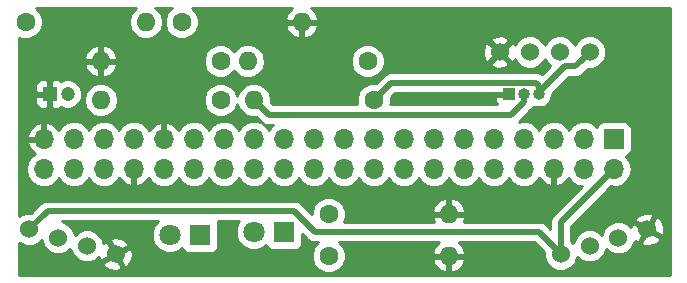
<source format=gbr>
G04 #@! TF.GenerationSoftware,KiCad,Pcbnew,(5.0.2)-1*
G04 #@! TF.CreationDate,2021-01-02T20:32:08+01:00*
G04 #@! TF.ProjectId,Radmesser,5261646d-6573-4736-9572-2e6b69636164,rev?*
G04 #@! TF.SameCoordinates,Original*
G04 #@! TF.FileFunction,Copper,L2,Bot*
G04 #@! TF.FilePolarity,Positive*
%FSLAX46Y46*%
G04 Gerber Fmt 4.6, Leading zero omitted, Abs format (unit mm)*
G04 Created by KiCad (PCBNEW (5.0.2)-1) date 02.01.2021 20:32:08*
%MOMM*%
%LPD*%
G01*
G04 APERTURE LIST*
G04 #@! TA.AperFunction,ComponentPad*
%ADD10C,1.530000*%
G04 #@! TD*
G04 #@! TA.AperFunction,ComponentPad*
%ADD11R,1.800000X1.800000*%
G04 #@! TD*
G04 #@! TA.AperFunction,ComponentPad*
%ADD12C,1.800000*%
G04 #@! TD*
G04 #@! TA.AperFunction,ComponentPad*
%ADD13O,1.700000X1.700000*%
G04 #@! TD*
G04 #@! TA.AperFunction,ComponentPad*
%ADD14R,1.700000X1.700000*%
G04 #@! TD*
G04 #@! TA.AperFunction,ComponentPad*
%ADD15O,1.000000X1.000000*%
G04 #@! TD*
G04 #@! TA.AperFunction,ComponentPad*
%ADD16R,1.000000X1.000000*%
G04 #@! TD*
G04 #@! TA.AperFunction,ComponentPad*
%ADD17C,1.200000*%
G04 #@! TD*
G04 #@! TA.AperFunction,ComponentPad*
%ADD18R,1.200000X1.200000*%
G04 #@! TD*
G04 #@! TA.AperFunction,ComponentPad*
%ADD19O,1.600000X1.600000*%
G04 #@! TD*
G04 #@! TA.AperFunction,ComponentPad*
%ADD20C,1.600000*%
G04 #@! TD*
G04 #@! TA.AperFunction,Conductor*
%ADD21C,0.500000*%
G04 #@! TD*
G04 #@! TA.AperFunction,Conductor*
%ADD22C,0.254000*%
G04 #@! TD*
G04 APERTURE END LIST*
D10*
G04 #@! TO.P,Uvorne1,2*
G04 #@! TO.N,Net-(J1-Pad16)*
X147509198Y-100299941D03*
G04 #@! TO.P,Uvorne1,3*
G04 #@! TO.N,Net-(R4-Pad1)*
X149950802Y-101000059D03*
G04 #@! TO.P,Uvorne1,4*
G04 #@! TO.N,GND*
X152392407Y-101700179D03*
G04 #@! TO.P,Uvorne1,1*
G04 #@! TO.N,Net-(J1-Pad2)*
X145067593Y-99599821D03*
G04 #@! TD*
G04 #@! TO.P,Uhinten2,1*
G04 #@! TO.N,Net-(J1-Pad2)*
X190067593Y-101700180D03*
G04 #@! TO.P,Uhinten2,4*
G04 #@! TO.N,GND*
X197392407Y-99599820D03*
G04 #@! TO.P,Uhinten2,3*
G04 #@! TO.N,Net-(R2-Pad1)*
X194950802Y-100299941D03*
G04 #@! TO.P,Uhinten2,2*
G04 #@! TO.N,Net-(J1-Pad16)*
X192509198Y-101000059D03*
G04 #@! TD*
D11*
G04 #@! TO.P,Drot2,1*
G04 #@! TO.N,Net-(Drot2-Pad1)*
X166624000Y-99822000D03*
D12*
G04 #@! TO.P,Drot2,2*
G04 #@! TO.N,Net-(Drot2-Pad2)*
X164084000Y-99822000D03*
G04 #@! TD*
G04 #@! TO.P,Dgrun1,2*
G04 #@! TO.N,Net-(Dgrun1-Pad2)*
X156972000Y-100076000D03*
D11*
G04 #@! TO.P,Dgrun1,1*
G04 #@! TO.N,Net-(Dgrun1-Pad1)*
X159512000Y-100076000D03*
G04 #@! TD*
D10*
G04 #@! TO.P,GPS1,2*
G04 #@! TO.N,Net-(GPS1-Pad2)*
X189992000Y-84582000D03*
G04 #@! TO.P,GPS1,3*
G04 #@! TO.N,Net-(GPS1-Pad3)*
X187452000Y-84582000D03*
G04 #@! TO.P,GPS1,4*
G04 #@! TO.N,GND*
X184912000Y-84582000D03*
G04 #@! TO.P,GPS1,1*
G04 #@! TO.N,Net-(GPS1-Pad1)*
X192532000Y-84582000D03*
G04 #@! TD*
D13*
G04 #@! TO.P,J1,40*
G04 #@! TO.N,Net-(Dgrun1-Pad2)*
X146304000Y-94488000D03*
G04 #@! TO.P,J1,39*
G04 #@! TO.N,GND*
X146304000Y-91948000D03*
G04 #@! TO.P,J1,38*
G04 #@! TO.N,Net-(Drot2-Pad2)*
X148844000Y-94488000D03*
G04 #@! TO.P,J1,37*
G04 #@! TO.N,Net-(J1-Pad37)*
X148844000Y-91948000D03*
G04 #@! TO.P,J1,36*
G04 #@! TO.N,Net-(J1-Pad36)*
X151384000Y-94488000D03*
G04 #@! TO.P,J1,35*
G04 #@! TO.N,Net-(J1-Pad35)*
X151384000Y-91948000D03*
G04 #@! TO.P,J1,34*
G04 #@! TO.N,GND*
X153924000Y-94488000D03*
G04 #@! TO.P,J1,33*
G04 #@! TO.N,Net-(J1-Pad33)*
X153924000Y-91948000D03*
G04 #@! TO.P,J1,32*
G04 #@! TO.N,Net-(J1-Pad32)*
X156464000Y-94488000D03*
G04 #@! TO.P,J1,31*
G04 #@! TO.N,GND*
X156464000Y-91948000D03*
G04 #@! TO.P,J1,30*
G04 #@! TO.N,Net-(J1-Pad30)*
X159004000Y-94488000D03*
G04 #@! TO.P,J1,29*
G04 #@! TO.N,Net-(J1-Pad29)*
X159004000Y-91948000D03*
G04 #@! TO.P,J1,28*
G04 #@! TO.N,Net-(J1-Pad28)*
X161544000Y-94488000D03*
G04 #@! TO.P,J1,27*
G04 #@! TO.N,Net-(J1-Pad27)*
X161544000Y-91948000D03*
G04 #@! TO.P,J1,26*
G04 #@! TO.N,Net-(J1-Pad26)*
X164084000Y-94488000D03*
G04 #@! TO.P,J1,25*
G04 #@! TO.N,Net-(J1-Pad25)*
X164084000Y-91948000D03*
G04 #@! TO.P,J1,24*
G04 #@! TO.N,Net-(J1-Pad24)*
X166624000Y-94488000D03*
G04 #@! TO.P,J1,23*
G04 #@! TO.N,Net-(J1-Pad23)*
X166624000Y-91948000D03*
G04 #@! TO.P,J1,22*
G04 #@! TO.N,Net-(J1-Pad22)*
X169164000Y-94488000D03*
G04 #@! TO.P,J1,21*
G04 #@! TO.N,Net-(J1-Pad21)*
X169164000Y-91948000D03*
G04 #@! TO.P,J1,20*
G04 #@! TO.N,Net-(J1-Pad20)*
X171704000Y-94488000D03*
G04 #@! TO.P,J1,19*
G04 #@! TO.N,Net-(J1-Pad19)*
X171704000Y-91948000D03*
G04 #@! TO.P,J1,18*
G04 #@! TO.N,Net-(J1-Pad18)*
X174244000Y-94488000D03*
G04 #@! TO.P,J1,17*
G04 #@! TO.N,Net-(J1-Pad17)*
X174244000Y-91948000D03*
G04 #@! TO.P,J1,16*
G04 #@! TO.N,Net-(J1-Pad16)*
X176784000Y-94488000D03*
G04 #@! TO.P,J1,15*
G04 #@! TO.N,Net-(J1-Pad15)*
X176784000Y-91948000D03*
G04 #@! TO.P,J1,14*
G04 #@! TO.N,Net-(J1-Pad14)*
X179324000Y-94488000D03*
G04 #@! TO.P,J1,13*
G04 #@! TO.N,Net-(J1-Pad13)*
X179324000Y-91948000D03*
G04 #@! TO.P,J1,12*
G04 #@! TO.N,Net-(J1-Pad12)*
X181864000Y-94488000D03*
G04 #@! TO.P,J1,11*
G04 #@! TO.N,Net-(J1-Pad11)*
X181864000Y-91948000D03*
G04 #@! TO.P,J1,10*
G04 #@! TO.N,Net-(GPS1-Pad3)*
X184404000Y-94488000D03*
G04 #@! TO.P,J1,9*
G04 #@! TO.N,Net-(J1-Pad9)*
X184404000Y-91948000D03*
G04 #@! TO.P,J1,8*
G04 #@! TO.N,Net-(GPS1-Pad2)*
X186944000Y-94488000D03*
G04 #@! TO.P,J1,7*
G04 #@! TO.N,Net-(J1-Pad7)*
X186944000Y-91948000D03*
G04 #@! TO.P,J1,6*
G04 #@! TO.N,GND*
X189484000Y-94488000D03*
G04 #@! TO.P,J1,5*
G04 #@! TO.N,Net-(J1-Pad5)*
X189484000Y-91948000D03*
G04 #@! TO.P,J1,4*
G04 #@! TO.N,Net-(J1-Pad4)*
X192024000Y-94488000D03*
G04 #@! TO.P,J1,3*
G04 #@! TO.N,Net-(J1-Pad3)*
X192024000Y-91948000D03*
G04 #@! TO.P,J1,2*
G04 #@! TO.N,Net-(J1-Pad2)*
X194564000Y-94488000D03*
D14*
G04 #@! TO.P,J1,1*
G04 #@! TO.N,Net-(GPS1-Pad1)*
X194564000Y-91948000D03*
G04 #@! TD*
D15*
G04 #@! TO.P,U3,3*
G04 #@! TO.N,Net-(GPS1-Pad1)*
X188214000Y-88138000D03*
G04 #@! TO.P,U3,2*
G04 #@! TO.N,Net-(J1-Pad7)*
X186944000Y-88138000D03*
D16*
G04 #@! TO.P,U3,1*
G04 #@! TO.N,GND*
X185674000Y-88138000D03*
G04 #@! TD*
D17*
G04 #@! TO.P,SW1,2*
G04 #@! TO.N,Net-(R8-Pad2)*
X148312000Y-88138000D03*
D18*
G04 #@! TO.P,SW1,1*
G04 #@! TO.N,GND*
X146812000Y-88138000D03*
G04 #@! TD*
D19*
G04 #@! TO.P,R1,2*
G04 #@! TO.N,GND*
X151130000Y-85344000D03*
D20*
G04 #@! TO.P,R1,1*
G04 #@! TO.N,Net-(J1-Pad13)*
X161290000Y-85344000D03*
G04 #@! TD*
G04 #@! TO.P,R2,1*
G04 #@! TO.N,Net-(R2-Pad1)*
X173736000Y-85344000D03*
D19*
G04 #@! TO.P,R2,2*
G04 #@! TO.N,Net-(J1-Pad13)*
X163576000Y-85344000D03*
G04 #@! TD*
G04 #@! TO.P,R3,2*
G04 #@! TO.N,GND*
X168148000Y-82042000D03*
D20*
G04 #@! TO.P,R3,1*
G04 #@! TO.N,Net-(J1-Pad11)*
X157988000Y-82042000D03*
G04 #@! TD*
G04 #@! TO.P,R4,1*
G04 #@! TO.N,Net-(R4-Pad1)*
X144780000Y-82042000D03*
D19*
G04 #@! TO.P,R4,2*
G04 #@! TO.N,Net-(J1-Pad11)*
X154940000Y-82042000D03*
G04 #@! TD*
G04 #@! TO.P,R5,2*
G04 #@! TO.N,GND*
X180594000Y-98298000D03*
D20*
G04 #@! TO.P,R5,1*
G04 #@! TO.N,Net-(Drot2-Pad1)*
X170434000Y-98298000D03*
G04 #@! TD*
G04 #@! TO.P,R6,1*
G04 #@! TO.N,Net-(Dgrun1-Pad1)*
X170434000Y-101854000D03*
D19*
G04 #@! TO.P,R6,2*
G04 #@! TO.N,GND*
X180594000Y-101854000D03*
G04 #@! TD*
G04 #@! TO.P,R7,2*
G04 #@! TO.N,Net-(J1-Pad7)*
X164084000Y-88646000D03*
D20*
G04 #@! TO.P,R7,1*
G04 #@! TO.N,Net-(GPS1-Pad1)*
X174244000Y-88646000D03*
G04 #@! TD*
G04 #@! TO.P,R8,1*
G04 #@! TO.N,Net-(J1-Pad17)*
X161290000Y-88646000D03*
D19*
G04 #@! TO.P,R8,2*
G04 #@! TO.N,Net-(R8-Pad2)*
X151130000Y-88646000D03*
G04 #@! TD*
D21*
G04 #@! TO.N,Net-(GPS1-Pad1)*
X191767001Y-85346999D02*
X192532000Y-84582000D01*
X191316999Y-85797001D02*
X191767001Y-85346999D01*
X190418997Y-85797001D02*
X191316999Y-85797001D01*
X188214000Y-88001998D02*
X190418997Y-85797001D01*
X188214000Y-88138000D02*
X188214000Y-88001998D01*
X175043999Y-87846001D02*
X174244000Y-88646000D01*
X175702001Y-87187999D02*
X175043999Y-87846001D01*
X187971105Y-87187999D02*
X175702001Y-87187999D01*
X188214000Y-87430894D02*
X187971105Y-87187999D01*
X188214000Y-88138000D02*
X188214000Y-87430894D01*
G04 #@! TO.N,Net-(J1-Pad7)*
X164883999Y-89445999D02*
X164084000Y-88646000D01*
X165334001Y-89896001D02*
X164883999Y-89445999D01*
X185893105Y-89896001D02*
X165334001Y-89896001D01*
X186944000Y-88845106D02*
X185893105Y-89896001D01*
X186944000Y-88138000D02*
X186944000Y-88845106D01*
G04 #@! TO.N,Net-(J1-Pad2)*
X190067593Y-98984407D02*
X190067593Y-101700180D01*
X194564000Y-94488000D02*
X190067593Y-98984407D01*
X189302594Y-100935181D02*
X190067593Y-101700180D01*
X188189413Y-99822000D02*
X189302594Y-100935181D01*
X169234002Y-99822000D02*
X188189413Y-99822000D01*
X167456002Y-98044000D02*
X169234002Y-99822000D01*
X146623414Y-98044000D02*
X167456002Y-98044000D01*
X145067593Y-99599821D02*
X146623414Y-98044000D01*
G04 #@! TD*
D22*
G04 #@! TO.N,GND*
G36*
X153905423Y-81007423D02*
X153588260Y-81482091D01*
X153476887Y-82042000D01*
X153588260Y-82601909D01*
X153905423Y-83076577D01*
X154380091Y-83393740D01*
X154798667Y-83477000D01*
X155081333Y-83477000D01*
X155499909Y-83393740D01*
X155974577Y-83076577D01*
X156291740Y-82601909D01*
X156403113Y-82042000D01*
X156291740Y-81482091D01*
X155974577Y-81007423D01*
X155753943Y-80860000D01*
X157140604Y-80860000D01*
X156771466Y-81229138D01*
X156553000Y-81756561D01*
X156553000Y-82327439D01*
X156771466Y-82854862D01*
X157175138Y-83258534D01*
X157702561Y-83477000D01*
X158273439Y-83477000D01*
X158800862Y-83258534D01*
X159204534Y-82854862D01*
X159396655Y-82391039D01*
X166756096Y-82391039D01*
X166916959Y-82779423D01*
X167292866Y-83194389D01*
X167798959Y-83433914D01*
X168021000Y-83312629D01*
X168021000Y-82169000D01*
X168275000Y-82169000D01*
X168275000Y-83312629D01*
X168497041Y-83433914D01*
X169003134Y-83194389D01*
X169379041Y-82779423D01*
X169539904Y-82391039D01*
X169417915Y-82169000D01*
X168275000Y-82169000D01*
X168021000Y-82169000D01*
X166878085Y-82169000D01*
X166756096Y-82391039D01*
X159396655Y-82391039D01*
X159423000Y-82327439D01*
X159423000Y-81756561D01*
X159204534Y-81229138D01*
X158835396Y-80860000D01*
X167355431Y-80860000D01*
X167292866Y-80889611D01*
X166916959Y-81304577D01*
X166756096Y-81692961D01*
X166878085Y-81915000D01*
X168021000Y-81915000D01*
X168021000Y-81895000D01*
X168275000Y-81895000D01*
X168275000Y-81915000D01*
X169417915Y-81915000D01*
X169539904Y-81692961D01*
X169379041Y-81304577D01*
X169003134Y-80889611D01*
X168940569Y-80860000D01*
X199290000Y-80860000D01*
X199290001Y-103430126D01*
X144220000Y-103439875D01*
X144220000Y-102423233D01*
X151349941Y-102423233D01*
X151350228Y-102675584D01*
X151802830Y-103000161D01*
X152345190Y-103126827D01*
X152759339Y-103079640D01*
X152893308Y-102865787D01*
X152342901Y-101872827D01*
X151349941Y-102423233D01*
X144220000Y-102423233D01*
X144220000Y-100732128D01*
X144274556Y-100786684D01*
X144789116Y-100999821D01*
X145346070Y-100999821D01*
X145860630Y-100786684D01*
X146109198Y-100538116D01*
X146109198Y-100578418D01*
X146322335Y-101092978D01*
X146716161Y-101486804D01*
X147230721Y-101699941D01*
X147787675Y-101699941D01*
X148302235Y-101486804D01*
X148550802Y-101238237D01*
X148550802Y-101278536D01*
X148763939Y-101793096D01*
X149157765Y-102186922D01*
X149672325Y-102400059D01*
X150229279Y-102400059D01*
X150743839Y-102186922D01*
X150997676Y-101933085D01*
X151012946Y-102067111D01*
X151226799Y-102201080D01*
X152041136Y-101749685D01*
X152565055Y-101749685D01*
X153115461Y-102742645D01*
X153367812Y-102742358D01*
X153692389Y-102289756D01*
X153819055Y-101747396D01*
X153771868Y-101333247D01*
X153558015Y-101199278D01*
X152565055Y-101749685D01*
X152041136Y-101749685D01*
X152219759Y-101650673D01*
X151669353Y-100657713D01*
X151417002Y-100658000D01*
X151350802Y-100750312D01*
X151350802Y-100721582D01*
X151273340Y-100534571D01*
X151891506Y-100534571D01*
X152441913Y-101527531D01*
X153434873Y-100977125D01*
X153434586Y-100724774D01*
X152981984Y-100400197D01*
X152439624Y-100273531D01*
X152025475Y-100320718D01*
X151891506Y-100534571D01*
X151273340Y-100534571D01*
X151137665Y-100207022D01*
X150743839Y-99813196D01*
X150229279Y-99600059D01*
X149672325Y-99600059D01*
X149157765Y-99813196D01*
X148909198Y-100061763D01*
X148909198Y-100021464D01*
X148696061Y-99506904D01*
X148302235Y-99113078D01*
X147857830Y-98929000D01*
X155948183Y-98929000D01*
X155670690Y-99206493D01*
X155437000Y-99770670D01*
X155437000Y-100381330D01*
X155670690Y-100945507D01*
X156102493Y-101377310D01*
X156666670Y-101611000D01*
X157277330Y-101611000D01*
X157841507Y-101377310D01*
X158010725Y-101208092D01*
X158013843Y-101223765D01*
X158154191Y-101433809D01*
X158364235Y-101574157D01*
X158612000Y-101623440D01*
X160412000Y-101623440D01*
X160659765Y-101574157D01*
X160869809Y-101433809D01*
X161010157Y-101223765D01*
X161059440Y-100976000D01*
X161059440Y-99176000D01*
X161010309Y-98929000D01*
X162806183Y-98929000D01*
X162782690Y-98952493D01*
X162549000Y-99516670D01*
X162549000Y-100127330D01*
X162782690Y-100691507D01*
X163214493Y-101123310D01*
X163778670Y-101357000D01*
X164389330Y-101357000D01*
X164953507Y-101123310D01*
X165122725Y-100954092D01*
X165125843Y-100969765D01*
X165266191Y-101179809D01*
X165476235Y-101320157D01*
X165724000Y-101369440D01*
X167524000Y-101369440D01*
X167771765Y-101320157D01*
X167981809Y-101179809D01*
X168122157Y-100969765D01*
X168171440Y-100722000D01*
X168171440Y-100011017D01*
X168546579Y-100386156D01*
X168595953Y-100460049D01*
X168669846Y-100509423D01*
X168669847Y-100509424D01*
X168707482Y-100534571D01*
X168888692Y-100655652D01*
X169146837Y-100707000D01*
X169146841Y-100707000D01*
X169234002Y-100724337D01*
X169321163Y-100707000D01*
X169551604Y-100707000D01*
X169217466Y-101041138D01*
X168999000Y-101568561D01*
X168999000Y-102139439D01*
X169217466Y-102666862D01*
X169621138Y-103070534D01*
X170148561Y-103289000D01*
X170719439Y-103289000D01*
X171246862Y-103070534D01*
X171650534Y-102666862D01*
X171842655Y-102203039D01*
X179202096Y-102203039D01*
X179362959Y-102591423D01*
X179738866Y-103006389D01*
X180244959Y-103245914D01*
X180467000Y-103124629D01*
X180467000Y-101981000D01*
X180721000Y-101981000D01*
X180721000Y-103124629D01*
X180943041Y-103245914D01*
X181449134Y-103006389D01*
X181825041Y-102591423D01*
X181985904Y-102203039D01*
X181863915Y-101981000D01*
X180721000Y-101981000D01*
X180467000Y-101981000D01*
X179324085Y-101981000D01*
X179202096Y-102203039D01*
X171842655Y-102203039D01*
X171869000Y-102139439D01*
X171869000Y-101568561D01*
X171650534Y-101041138D01*
X171316396Y-100707000D01*
X179733984Y-100707000D01*
X179362959Y-101116577D01*
X179202096Y-101504961D01*
X179324085Y-101727000D01*
X180467000Y-101727000D01*
X180467000Y-101707000D01*
X180721000Y-101707000D01*
X180721000Y-101727000D01*
X181863915Y-101727000D01*
X181985904Y-101504961D01*
X181825041Y-101116577D01*
X181454016Y-100707000D01*
X187822835Y-100707000D01*
X188667593Y-101551759D01*
X188667593Y-101978657D01*
X188880730Y-102493217D01*
X189274556Y-102887043D01*
X189789116Y-103100180D01*
X190346070Y-103100180D01*
X190860630Y-102887043D01*
X191254456Y-102493217D01*
X191467593Y-101978657D01*
X191467593Y-101938354D01*
X191716161Y-102186922D01*
X192230721Y-102400059D01*
X192787675Y-102400059D01*
X193302235Y-102186922D01*
X193696061Y-101793096D01*
X193909198Y-101278536D01*
X193909198Y-101238237D01*
X194157765Y-101486804D01*
X194672325Y-101699941D01*
X195229279Y-101699941D01*
X195743839Y-101486804D01*
X196137665Y-101092978D01*
X196273340Y-100765428D01*
X196891506Y-100765428D01*
X197025475Y-100979281D01*
X197581303Y-101014695D01*
X198108373Y-100834707D01*
X198434586Y-100575225D01*
X198434873Y-100322874D01*
X197441913Y-99772468D01*
X196891506Y-100765428D01*
X196273340Y-100765428D01*
X196350802Y-100578418D01*
X196350802Y-100558774D01*
X196417002Y-100641999D01*
X196669353Y-100642286D01*
X197219759Y-99649326D01*
X197041137Y-99550314D01*
X197565055Y-99550314D01*
X198558015Y-100100721D01*
X198771868Y-99966752D01*
X198807282Y-99410924D01*
X198627294Y-98883854D01*
X198367812Y-98557641D01*
X198115461Y-98557354D01*
X197565055Y-99550314D01*
X197041137Y-99550314D01*
X196226799Y-99098919D01*
X196012946Y-99232888D01*
X196004003Y-99373242D01*
X195743839Y-99113078D01*
X195229279Y-98899941D01*
X194672325Y-98899941D01*
X194157765Y-99113078D01*
X193763939Y-99506904D01*
X193550802Y-100021464D01*
X193550802Y-100061763D01*
X193302235Y-99813196D01*
X192787675Y-99600059D01*
X192230721Y-99600059D01*
X191716161Y-99813196D01*
X191322335Y-100207022D01*
X191109198Y-100721582D01*
X191109198Y-100761885D01*
X190952593Y-100605280D01*
X190952593Y-99350985D01*
X191426812Y-98876766D01*
X196349941Y-98876766D01*
X197342901Y-99427172D01*
X197893308Y-98434212D01*
X197759339Y-98220359D01*
X197203511Y-98184945D01*
X196676441Y-98364933D01*
X196350228Y-98624415D01*
X196349941Y-98876766D01*
X191426812Y-98876766D01*
X194345040Y-95958538D01*
X194417744Y-95973000D01*
X194710256Y-95973000D01*
X195143418Y-95886839D01*
X195634625Y-95558625D01*
X195962839Y-95067418D01*
X196078092Y-94488000D01*
X195962839Y-93908582D01*
X195634625Y-93417375D01*
X195616381Y-93405184D01*
X195661765Y-93396157D01*
X195871809Y-93255809D01*
X196012157Y-93045765D01*
X196061440Y-92798000D01*
X196061440Y-91098000D01*
X196012157Y-90850235D01*
X195871809Y-90640191D01*
X195661765Y-90499843D01*
X195414000Y-90450560D01*
X193714000Y-90450560D01*
X193466235Y-90499843D01*
X193256191Y-90640191D01*
X193115843Y-90850235D01*
X193106816Y-90895619D01*
X193094625Y-90877375D01*
X192603418Y-90549161D01*
X192170256Y-90463000D01*
X191877744Y-90463000D01*
X191444582Y-90549161D01*
X190953375Y-90877375D01*
X190754000Y-91175761D01*
X190554625Y-90877375D01*
X190063418Y-90549161D01*
X189630256Y-90463000D01*
X189337744Y-90463000D01*
X188904582Y-90549161D01*
X188413375Y-90877375D01*
X188214000Y-91175761D01*
X188014625Y-90877375D01*
X187523418Y-90549161D01*
X187090256Y-90463000D01*
X186797744Y-90463000D01*
X186545042Y-90513265D01*
X186580530Y-90460154D01*
X187508156Y-89532529D01*
X187582049Y-89483155D01*
X187683151Y-89331847D01*
X187767915Y-89204988D01*
X187771145Y-89207146D01*
X188102217Y-89273000D01*
X188325783Y-89273000D01*
X188656855Y-89207146D01*
X189032289Y-88956289D01*
X189283146Y-88580855D01*
X189371235Y-88138000D01*
X189364323Y-88103253D01*
X190785576Y-86682001D01*
X191229838Y-86682001D01*
X191316999Y-86699338D01*
X191404160Y-86682001D01*
X191404164Y-86682001D01*
X191662309Y-86630653D01*
X191955048Y-86435050D01*
X192004424Y-86361154D01*
X192383578Y-85982000D01*
X192810477Y-85982000D01*
X193325037Y-85768863D01*
X193718863Y-85375037D01*
X193932000Y-84860477D01*
X193932000Y-84303523D01*
X193718863Y-83788963D01*
X193325037Y-83395137D01*
X192810477Y-83182000D01*
X192253523Y-83182000D01*
X191738963Y-83395137D01*
X191345137Y-83788963D01*
X191262000Y-83989674D01*
X191178863Y-83788963D01*
X190785037Y-83395137D01*
X190270477Y-83182000D01*
X189713523Y-83182000D01*
X189198963Y-83395137D01*
X188805137Y-83788963D01*
X188722000Y-83989674D01*
X188638863Y-83788963D01*
X188245037Y-83395137D01*
X187730477Y-83182000D01*
X187173523Y-83182000D01*
X186658963Y-83395137D01*
X186265137Y-83788963D01*
X186188565Y-83973824D01*
X186136883Y-83849051D01*
X185894387Y-83779218D01*
X185091605Y-84582000D01*
X185894387Y-85384782D01*
X186136883Y-85314949D01*
X186184730Y-85180917D01*
X186265137Y-85375037D01*
X186658963Y-85768863D01*
X187173523Y-85982000D01*
X187730477Y-85982000D01*
X188245037Y-85768863D01*
X188638863Y-85375037D01*
X188722000Y-85174326D01*
X188805137Y-85375037D01*
X189197260Y-85767160D01*
X188492449Y-86471970D01*
X188316415Y-86354347D01*
X188058270Y-86302999D01*
X188058266Y-86302999D01*
X187971105Y-86285662D01*
X187883944Y-86302999D01*
X175789160Y-86302999D01*
X175702000Y-86285662D01*
X175614840Y-86302999D01*
X175614836Y-86302999D01*
X175356691Y-86354347D01*
X175248881Y-86426384D01*
X175137846Y-86500575D01*
X175137845Y-86500576D01*
X175063952Y-86549950D01*
X175014578Y-86623843D01*
X174479847Y-87158575D01*
X174479844Y-87158577D01*
X174427421Y-87211000D01*
X173958561Y-87211000D01*
X173431138Y-87429466D01*
X173027466Y-87833138D01*
X172809000Y-88360561D01*
X172809000Y-88931439D01*
X172841956Y-89011001D01*
X165700579Y-89011001D01*
X165571425Y-88881847D01*
X165571423Y-88881844D01*
X165512017Y-88822438D01*
X165547113Y-88646000D01*
X165435740Y-88086091D01*
X165118577Y-87611423D01*
X164643909Y-87294260D01*
X164225333Y-87211000D01*
X163942667Y-87211000D01*
X163524091Y-87294260D01*
X163049423Y-87611423D01*
X162732260Y-88086091D01*
X162693021Y-88283357D01*
X162506534Y-87833138D01*
X162102862Y-87429466D01*
X161575439Y-87211000D01*
X161004561Y-87211000D01*
X160477138Y-87429466D01*
X160073466Y-87833138D01*
X159855000Y-88360561D01*
X159855000Y-88931439D01*
X160073466Y-89458862D01*
X160477138Y-89862534D01*
X161004561Y-90081000D01*
X161575439Y-90081000D01*
X162102862Y-89862534D01*
X162506534Y-89458862D01*
X162693021Y-89008643D01*
X162732260Y-89205909D01*
X163049423Y-89680577D01*
X163524091Y-89997740D01*
X163942667Y-90081000D01*
X164225333Y-90081000D01*
X164260438Y-90074017D01*
X164319844Y-90133423D01*
X164319847Y-90133425D01*
X164646576Y-90460154D01*
X164695952Y-90534050D01*
X164988691Y-90729653D01*
X165246836Y-90781001D01*
X165246840Y-90781001D01*
X165334001Y-90798338D01*
X165421162Y-90781001D01*
X165697609Y-90781001D01*
X165553375Y-90877375D01*
X165354000Y-91175761D01*
X165154625Y-90877375D01*
X164663418Y-90549161D01*
X164230256Y-90463000D01*
X163937744Y-90463000D01*
X163504582Y-90549161D01*
X163013375Y-90877375D01*
X162814000Y-91175761D01*
X162614625Y-90877375D01*
X162123418Y-90549161D01*
X161690256Y-90463000D01*
X161397744Y-90463000D01*
X160964582Y-90549161D01*
X160473375Y-90877375D01*
X160274000Y-91175761D01*
X160074625Y-90877375D01*
X159583418Y-90549161D01*
X159150256Y-90463000D01*
X158857744Y-90463000D01*
X158424582Y-90549161D01*
X157933375Y-90877375D01*
X157720157Y-91196478D01*
X157659183Y-91066642D01*
X157230924Y-90676355D01*
X156820890Y-90506524D01*
X156591000Y-90627845D01*
X156591000Y-91821000D01*
X156611000Y-91821000D01*
X156611000Y-92075000D01*
X156591000Y-92075000D01*
X156591000Y-92095000D01*
X156337000Y-92095000D01*
X156337000Y-92075000D01*
X156317000Y-92075000D01*
X156317000Y-91821000D01*
X156337000Y-91821000D01*
X156337000Y-90627845D01*
X156107110Y-90506524D01*
X155697076Y-90676355D01*
X155268817Y-91066642D01*
X155207843Y-91196478D01*
X154994625Y-90877375D01*
X154503418Y-90549161D01*
X154070256Y-90463000D01*
X153777744Y-90463000D01*
X153344582Y-90549161D01*
X152853375Y-90877375D01*
X152654000Y-91175761D01*
X152454625Y-90877375D01*
X151963418Y-90549161D01*
X151530256Y-90463000D01*
X151237744Y-90463000D01*
X150804582Y-90549161D01*
X150313375Y-90877375D01*
X150114000Y-91175761D01*
X149914625Y-90877375D01*
X149423418Y-90549161D01*
X148990256Y-90463000D01*
X148697744Y-90463000D01*
X148264582Y-90549161D01*
X147773375Y-90877375D01*
X147560157Y-91196478D01*
X147499183Y-91066642D01*
X147070924Y-90676355D01*
X146660890Y-90506524D01*
X146431000Y-90627845D01*
X146431000Y-91821000D01*
X146451000Y-91821000D01*
X146451000Y-92075000D01*
X146431000Y-92075000D01*
X146431000Y-92095000D01*
X146177000Y-92095000D01*
X146177000Y-92075000D01*
X144983181Y-92075000D01*
X144862514Y-92304892D01*
X145108817Y-92829358D01*
X145533786Y-93216647D01*
X145233375Y-93417375D01*
X144905161Y-93908582D01*
X144789908Y-94488000D01*
X144905161Y-95067418D01*
X145233375Y-95558625D01*
X145724582Y-95886839D01*
X146157744Y-95973000D01*
X146450256Y-95973000D01*
X146883418Y-95886839D01*
X147374625Y-95558625D01*
X147574000Y-95260239D01*
X147773375Y-95558625D01*
X148264582Y-95886839D01*
X148697744Y-95973000D01*
X148990256Y-95973000D01*
X149423418Y-95886839D01*
X149914625Y-95558625D01*
X150114000Y-95260239D01*
X150313375Y-95558625D01*
X150804582Y-95886839D01*
X151237744Y-95973000D01*
X151530256Y-95973000D01*
X151963418Y-95886839D01*
X152454625Y-95558625D01*
X152667843Y-95239522D01*
X152728817Y-95369358D01*
X153157076Y-95759645D01*
X153567110Y-95929476D01*
X153797000Y-95808155D01*
X153797000Y-94615000D01*
X153777000Y-94615000D01*
X153777000Y-94361000D01*
X153797000Y-94361000D01*
X153797000Y-94341000D01*
X154051000Y-94341000D01*
X154051000Y-94361000D01*
X154071000Y-94361000D01*
X154071000Y-94615000D01*
X154051000Y-94615000D01*
X154051000Y-95808155D01*
X154280890Y-95929476D01*
X154690924Y-95759645D01*
X155119183Y-95369358D01*
X155180157Y-95239522D01*
X155393375Y-95558625D01*
X155884582Y-95886839D01*
X156317744Y-95973000D01*
X156610256Y-95973000D01*
X157043418Y-95886839D01*
X157534625Y-95558625D01*
X157734000Y-95260239D01*
X157933375Y-95558625D01*
X158424582Y-95886839D01*
X158857744Y-95973000D01*
X159150256Y-95973000D01*
X159583418Y-95886839D01*
X160074625Y-95558625D01*
X160274000Y-95260239D01*
X160473375Y-95558625D01*
X160964582Y-95886839D01*
X161397744Y-95973000D01*
X161690256Y-95973000D01*
X162123418Y-95886839D01*
X162614625Y-95558625D01*
X162814000Y-95260239D01*
X163013375Y-95558625D01*
X163504582Y-95886839D01*
X163937744Y-95973000D01*
X164230256Y-95973000D01*
X164663418Y-95886839D01*
X165154625Y-95558625D01*
X165354000Y-95260239D01*
X165553375Y-95558625D01*
X166044582Y-95886839D01*
X166477744Y-95973000D01*
X166770256Y-95973000D01*
X167203418Y-95886839D01*
X167694625Y-95558625D01*
X167894000Y-95260239D01*
X168093375Y-95558625D01*
X168584582Y-95886839D01*
X169017744Y-95973000D01*
X169310256Y-95973000D01*
X169743418Y-95886839D01*
X170234625Y-95558625D01*
X170434000Y-95260239D01*
X170633375Y-95558625D01*
X171124582Y-95886839D01*
X171557744Y-95973000D01*
X171850256Y-95973000D01*
X172283418Y-95886839D01*
X172774625Y-95558625D01*
X172974000Y-95260239D01*
X173173375Y-95558625D01*
X173664582Y-95886839D01*
X174097744Y-95973000D01*
X174390256Y-95973000D01*
X174823418Y-95886839D01*
X175314625Y-95558625D01*
X175514000Y-95260239D01*
X175713375Y-95558625D01*
X176204582Y-95886839D01*
X176637744Y-95973000D01*
X176930256Y-95973000D01*
X177363418Y-95886839D01*
X177854625Y-95558625D01*
X178054000Y-95260239D01*
X178253375Y-95558625D01*
X178744582Y-95886839D01*
X179177744Y-95973000D01*
X179470256Y-95973000D01*
X179903418Y-95886839D01*
X180394625Y-95558625D01*
X180594000Y-95260239D01*
X180793375Y-95558625D01*
X181284582Y-95886839D01*
X181717744Y-95973000D01*
X182010256Y-95973000D01*
X182443418Y-95886839D01*
X182934625Y-95558625D01*
X183134000Y-95260239D01*
X183333375Y-95558625D01*
X183824582Y-95886839D01*
X184257744Y-95973000D01*
X184550256Y-95973000D01*
X184983418Y-95886839D01*
X185474625Y-95558625D01*
X185674000Y-95260239D01*
X185873375Y-95558625D01*
X186364582Y-95886839D01*
X186797744Y-95973000D01*
X187090256Y-95973000D01*
X187523418Y-95886839D01*
X188014625Y-95558625D01*
X188227843Y-95239522D01*
X188288817Y-95369358D01*
X188717076Y-95759645D01*
X189127110Y-95929476D01*
X189357000Y-95808155D01*
X189357000Y-94615000D01*
X189337000Y-94615000D01*
X189337000Y-94361000D01*
X189357000Y-94361000D01*
X189357000Y-94341000D01*
X189611000Y-94341000D01*
X189611000Y-94361000D01*
X189631000Y-94361000D01*
X189631000Y-94615000D01*
X189611000Y-94615000D01*
X189611000Y-95808155D01*
X189840890Y-95929476D01*
X190250924Y-95759645D01*
X190679183Y-95369358D01*
X190740157Y-95239522D01*
X190953375Y-95558625D01*
X191444582Y-95886839D01*
X191835770Y-95964651D01*
X189503440Y-98296982D01*
X189429544Y-98346358D01*
X189233941Y-98639098D01*
X189182593Y-98897243D01*
X189182593Y-98897246D01*
X189165256Y-98984407D01*
X189182593Y-99071568D01*
X189182593Y-99563602D01*
X188876838Y-99257847D01*
X188827462Y-99183951D01*
X188534723Y-98988348D01*
X188276578Y-98937000D01*
X188276574Y-98937000D01*
X188189413Y-98919663D01*
X188102252Y-98937000D01*
X181865806Y-98937000D01*
X181985904Y-98647039D01*
X181863915Y-98425000D01*
X180721000Y-98425000D01*
X180721000Y-98445000D01*
X180467000Y-98445000D01*
X180467000Y-98425000D01*
X179324085Y-98425000D01*
X179202096Y-98647039D01*
X179322194Y-98937000D01*
X171722550Y-98937000D01*
X171869000Y-98583439D01*
X171869000Y-98012561D01*
X171842656Y-97948961D01*
X179202096Y-97948961D01*
X179324085Y-98171000D01*
X180467000Y-98171000D01*
X180467000Y-97027371D01*
X180721000Y-97027371D01*
X180721000Y-98171000D01*
X181863915Y-98171000D01*
X181985904Y-97948961D01*
X181825041Y-97560577D01*
X181449134Y-97145611D01*
X180943041Y-96906086D01*
X180721000Y-97027371D01*
X180467000Y-97027371D01*
X180244959Y-96906086D01*
X179738866Y-97145611D01*
X179362959Y-97560577D01*
X179202096Y-97948961D01*
X171842656Y-97948961D01*
X171650534Y-97485138D01*
X171246862Y-97081466D01*
X170719439Y-96863000D01*
X170148561Y-96863000D01*
X169621138Y-97081466D01*
X169217466Y-97485138D01*
X168999000Y-98012561D01*
X168999000Y-98335419D01*
X168143427Y-97479847D01*
X168094051Y-97405951D01*
X167801312Y-97210348D01*
X167543167Y-97159000D01*
X167543163Y-97159000D01*
X167456002Y-97141663D01*
X167368841Y-97159000D01*
X146710573Y-97159000D01*
X146623413Y-97141663D01*
X146536253Y-97159000D01*
X146536249Y-97159000D01*
X146278104Y-97210348D01*
X146278102Y-97210349D01*
X146278103Y-97210349D01*
X146059259Y-97356576D01*
X146059258Y-97356577D01*
X145985365Y-97405951D01*
X145935991Y-97479844D01*
X145216015Y-98199821D01*
X144789116Y-98199821D01*
X144274556Y-98412958D01*
X144220000Y-98467514D01*
X144220000Y-91591108D01*
X144862514Y-91591108D01*
X144983181Y-91821000D01*
X146177000Y-91821000D01*
X146177000Y-90627845D01*
X145947110Y-90506524D01*
X145537076Y-90676355D01*
X145108817Y-91066642D01*
X144862514Y-91591108D01*
X144220000Y-91591108D01*
X144220000Y-88423750D01*
X145577000Y-88423750D01*
X145577000Y-88864310D01*
X145673673Y-89097699D01*
X145852302Y-89276327D01*
X146085691Y-89373000D01*
X146526250Y-89373000D01*
X146685000Y-89214250D01*
X146685000Y-88265000D01*
X145735750Y-88265000D01*
X145577000Y-88423750D01*
X144220000Y-88423750D01*
X144220000Y-87411690D01*
X145577000Y-87411690D01*
X145577000Y-87852250D01*
X145735750Y-88011000D01*
X146685000Y-88011000D01*
X146685000Y-87061750D01*
X146939000Y-87061750D01*
X146939000Y-88011000D01*
X146959000Y-88011000D01*
X146959000Y-88265000D01*
X146939000Y-88265000D01*
X146939000Y-89214250D01*
X147097750Y-89373000D01*
X147538309Y-89373000D01*
X147771698Y-89276327D01*
X147789640Y-89258385D01*
X148066343Y-89373000D01*
X148557657Y-89373000D01*
X149011571Y-89184982D01*
X149358982Y-88837571D01*
X149438333Y-88646000D01*
X149666887Y-88646000D01*
X149778260Y-89205909D01*
X150095423Y-89680577D01*
X150570091Y-89997740D01*
X150988667Y-90081000D01*
X151271333Y-90081000D01*
X151689909Y-89997740D01*
X152164577Y-89680577D01*
X152481740Y-89205909D01*
X152593113Y-88646000D01*
X152481740Y-88086091D01*
X152164577Y-87611423D01*
X151689909Y-87294260D01*
X151271333Y-87211000D01*
X150988667Y-87211000D01*
X150570091Y-87294260D01*
X150095423Y-87611423D01*
X149778260Y-88086091D01*
X149666887Y-88646000D01*
X149438333Y-88646000D01*
X149547000Y-88383657D01*
X149547000Y-87892343D01*
X149358982Y-87438429D01*
X149011571Y-87091018D01*
X148557657Y-86903000D01*
X148066343Y-86903000D01*
X147789640Y-87017615D01*
X147771698Y-86999673D01*
X147538309Y-86903000D01*
X147097750Y-86903000D01*
X146939000Y-87061750D01*
X146685000Y-87061750D01*
X146526250Y-86903000D01*
X146085691Y-86903000D01*
X145852302Y-86999673D01*
X145673673Y-87178301D01*
X145577000Y-87411690D01*
X144220000Y-87411690D01*
X144220000Y-85693039D01*
X149738096Y-85693039D01*
X149898959Y-86081423D01*
X150274866Y-86496389D01*
X150780959Y-86735914D01*
X151003000Y-86614629D01*
X151003000Y-85471000D01*
X151257000Y-85471000D01*
X151257000Y-86614629D01*
X151479041Y-86735914D01*
X151985134Y-86496389D01*
X152361041Y-86081423D01*
X152521904Y-85693039D01*
X152399915Y-85471000D01*
X151257000Y-85471000D01*
X151003000Y-85471000D01*
X149860085Y-85471000D01*
X149738096Y-85693039D01*
X144220000Y-85693039D01*
X144220000Y-84994961D01*
X149738096Y-84994961D01*
X149860085Y-85217000D01*
X151003000Y-85217000D01*
X151003000Y-84073371D01*
X151257000Y-84073371D01*
X151257000Y-85217000D01*
X152399915Y-85217000D01*
X152486961Y-85058561D01*
X159855000Y-85058561D01*
X159855000Y-85629439D01*
X160073466Y-86156862D01*
X160477138Y-86560534D01*
X161004561Y-86779000D01*
X161575439Y-86779000D01*
X162102862Y-86560534D01*
X162438642Y-86224754D01*
X162541423Y-86378577D01*
X163016091Y-86695740D01*
X163434667Y-86779000D01*
X163717333Y-86779000D01*
X164135909Y-86695740D01*
X164610577Y-86378577D01*
X164927740Y-85903909D01*
X165039113Y-85344000D01*
X164982336Y-85058561D01*
X172301000Y-85058561D01*
X172301000Y-85629439D01*
X172519466Y-86156862D01*
X172923138Y-86560534D01*
X173450561Y-86779000D01*
X174021439Y-86779000D01*
X174548862Y-86560534D01*
X174952534Y-86156862D01*
X175171000Y-85629439D01*
X175171000Y-85564387D01*
X184109218Y-85564387D01*
X184179051Y-85806883D01*
X184703586Y-85994132D01*
X185259850Y-85966396D01*
X185644949Y-85806883D01*
X185714782Y-85564387D01*
X184912000Y-84761605D01*
X184109218Y-85564387D01*
X175171000Y-85564387D01*
X175171000Y-85058561D01*
X174952534Y-84531138D01*
X174794982Y-84373586D01*
X183499868Y-84373586D01*
X183527604Y-84929850D01*
X183687117Y-85314949D01*
X183929613Y-85384782D01*
X184732395Y-84582000D01*
X183929613Y-83779218D01*
X183687117Y-83849051D01*
X183499868Y-84373586D01*
X174794982Y-84373586D01*
X174548862Y-84127466D01*
X174021439Y-83909000D01*
X173450561Y-83909000D01*
X172923138Y-84127466D01*
X172519466Y-84531138D01*
X172301000Y-85058561D01*
X164982336Y-85058561D01*
X164927740Y-84784091D01*
X164610577Y-84309423D01*
X164135909Y-83992260D01*
X163717333Y-83909000D01*
X163434667Y-83909000D01*
X163016091Y-83992260D01*
X162541423Y-84309423D01*
X162438642Y-84463246D01*
X162102862Y-84127466D01*
X161575439Y-83909000D01*
X161004561Y-83909000D01*
X160477138Y-84127466D01*
X160073466Y-84531138D01*
X159855000Y-85058561D01*
X152486961Y-85058561D01*
X152521904Y-84994961D01*
X152361041Y-84606577D01*
X151985134Y-84191611D01*
X151479041Y-83952086D01*
X151257000Y-84073371D01*
X151003000Y-84073371D01*
X150780959Y-83952086D01*
X150274866Y-84191611D01*
X149898959Y-84606577D01*
X149738096Y-84994961D01*
X144220000Y-84994961D01*
X144220000Y-83599613D01*
X184109218Y-83599613D01*
X184912000Y-84402395D01*
X185714782Y-83599613D01*
X185644949Y-83357117D01*
X185120414Y-83169868D01*
X184564150Y-83197604D01*
X184179051Y-83357117D01*
X184109218Y-83599613D01*
X144220000Y-83599613D01*
X144220000Y-83363273D01*
X144494561Y-83477000D01*
X145065439Y-83477000D01*
X145592862Y-83258534D01*
X145996534Y-82854862D01*
X146215000Y-82327439D01*
X146215000Y-81756561D01*
X145996534Y-81229138D01*
X145627396Y-80860000D01*
X154126057Y-80860000D01*
X153905423Y-81007423D01*
X153905423Y-81007423D01*
G37*
X153905423Y-81007423D02*
X153588260Y-81482091D01*
X153476887Y-82042000D01*
X153588260Y-82601909D01*
X153905423Y-83076577D01*
X154380091Y-83393740D01*
X154798667Y-83477000D01*
X155081333Y-83477000D01*
X155499909Y-83393740D01*
X155974577Y-83076577D01*
X156291740Y-82601909D01*
X156403113Y-82042000D01*
X156291740Y-81482091D01*
X155974577Y-81007423D01*
X155753943Y-80860000D01*
X157140604Y-80860000D01*
X156771466Y-81229138D01*
X156553000Y-81756561D01*
X156553000Y-82327439D01*
X156771466Y-82854862D01*
X157175138Y-83258534D01*
X157702561Y-83477000D01*
X158273439Y-83477000D01*
X158800862Y-83258534D01*
X159204534Y-82854862D01*
X159396655Y-82391039D01*
X166756096Y-82391039D01*
X166916959Y-82779423D01*
X167292866Y-83194389D01*
X167798959Y-83433914D01*
X168021000Y-83312629D01*
X168021000Y-82169000D01*
X168275000Y-82169000D01*
X168275000Y-83312629D01*
X168497041Y-83433914D01*
X169003134Y-83194389D01*
X169379041Y-82779423D01*
X169539904Y-82391039D01*
X169417915Y-82169000D01*
X168275000Y-82169000D01*
X168021000Y-82169000D01*
X166878085Y-82169000D01*
X166756096Y-82391039D01*
X159396655Y-82391039D01*
X159423000Y-82327439D01*
X159423000Y-81756561D01*
X159204534Y-81229138D01*
X158835396Y-80860000D01*
X167355431Y-80860000D01*
X167292866Y-80889611D01*
X166916959Y-81304577D01*
X166756096Y-81692961D01*
X166878085Y-81915000D01*
X168021000Y-81915000D01*
X168021000Y-81895000D01*
X168275000Y-81895000D01*
X168275000Y-81915000D01*
X169417915Y-81915000D01*
X169539904Y-81692961D01*
X169379041Y-81304577D01*
X169003134Y-80889611D01*
X168940569Y-80860000D01*
X199290000Y-80860000D01*
X199290001Y-103430126D01*
X144220000Y-103439875D01*
X144220000Y-102423233D01*
X151349941Y-102423233D01*
X151350228Y-102675584D01*
X151802830Y-103000161D01*
X152345190Y-103126827D01*
X152759339Y-103079640D01*
X152893308Y-102865787D01*
X152342901Y-101872827D01*
X151349941Y-102423233D01*
X144220000Y-102423233D01*
X144220000Y-100732128D01*
X144274556Y-100786684D01*
X144789116Y-100999821D01*
X145346070Y-100999821D01*
X145860630Y-100786684D01*
X146109198Y-100538116D01*
X146109198Y-100578418D01*
X146322335Y-101092978D01*
X146716161Y-101486804D01*
X147230721Y-101699941D01*
X147787675Y-101699941D01*
X148302235Y-101486804D01*
X148550802Y-101238237D01*
X148550802Y-101278536D01*
X148763939Y-101793096D01*
X149157765Y-102186922D01*
X149672325Y-102400059D01*
X150229279Y-102400059D01*
X150743839Y-102186922D01*
X150997676Y-101933085D01*
X151012946Y-102067111D01*
X151226799Y-102201080D01*
X152041136Y-101749685D01*
X152565055Y-101749685D01*
X153115461Y-102742645D01*
X153367812Y-102742358D01*
X153692389Y-102289756D01*
X153819055Y-101747396D01*
X153771868Y-101333247D01*
X153558015Y-101199278D01*
X152565055Y-101749685D01*
X152041136Y-101749685D01*
X152219759Y-101650673D01*
X151669353Y-100657713D01*
X151417002Y-100658000D01*
X151350802Y-100750312D01*
X151350802Y-100721582D01*
X151273340Y-100534571D01*
X151891506Y-100534571D01*
X152441913Y-101527531D01*
X153434873Y-100977125D01*
X153434586Y-100724774D01*
X152981984Y-100400197D01*
X152439624Y-100273531D01*
X152025475Y-100320718D01*
X151891506Y-100534571D01*
X151273340Y-100534571D01*
X151137665Y-100207022D01*
X150743839Y-99813196D01*
X150229279Y-99600059D01*
X149672325Y-99600059D01*
X149157765Y-99813196D01*
X148909198Y-100061763D01*
X148909198Y-100021464D01*
X148696061Y-99506904D01*
X148302235Y-99113078D01*
X147857830Y-98929000D01*
X155948183Y-98929000D01*
X155670690Y-99206493D01*
X155437000Y-99770670D01*
X155437000Y-100381330D01*
X155670690Y-100945507D01*
X156102493Y-101377310D01*
X156666670Y-101611000D01*
X157277330Y-101611000D01*
X157841507Y-101377310D01*
X158010725Y-101208092D01*
X158013843Y-101223765D01*
X158154191Y-101433809D01*
X158364235Y-101574157D01*
X158612000Y-101623440D01*
X160412000Y-101623440D01*
X160659765Y-101574157D01*
X160869809Y-101433809D01*
X161010157Y-101223765D01*
X161059440Y-100976000D01*
X161059440Y-99176000D01*
X161010309Y-98929000D01*
X162806183Y-98929000D01*
X162782690Y-98952493D01*
X162549000Y-99516670D01*
X162549000Y-100127330D01*
X162782690Y-100691507D01*
X163214493Y-101123310D01*
X163778670Y-101357000D01*
X164389330Y-101357000D01*
X164953507Y-101123310D01*
X165122725Y-100954092D01*
X165125843Y-100969765D01*
X165266191Y-101179809D01*
X165476235Y-101320157D01*
X165724000Y-101369440D01*
X167524000Y-101369440D01*
X167771765Y-101320157D01*
X167981809Y-101179809D01*
X168122157Y-100969765D01*
X168171440Y-100722000D01*
X168171440Y-100011017D01*
X168546579Y-100386156D01*
X168595953Y-100460049D01*
X168669846Y-100509423D01*
X168669847Y-100509424D01*
X168707482Y-100534571D01*
X168888692Y-100655652D01*
X169146837Y-100707000D01*
X169146841Y-100707000D01*
X169234002Y-100724337D01*
X169321163Y-100707000D01*
X169551604Y-100707000D01*
X169217466Y-101041138D01*
X168999000Y-101568561D01*
X168999000Y-102139439D01*
X169217466Y-102666862D01*
X169621138Y-103070534D01*
X170148561Y-103289000D01*
X170719439Y-103289000D01*
X171246862Y-103070534D01*
X171650534Y-102666862D01*
X171842655Y-102203039D01*
X179202096Y-102203039D01*
X179362959Y-102591423D01*
X179738866Y-103006389D01*
X180244959Y-103245914D01*
X180467000Y-103124629D01*
X180467000Y-101981000D01*
X180721000Y-101981000D01*
X180721000Y-103124629D01*
X180943041Y-103245914D01*
X181449134Y-103006389D01*
X181825041Y-102591423D01*
X181985904Y-102203039D01*
X181863915Y-101981000D01*
X180721000Y-101981000D01*
X180467000Y-101981000D01*
X179324085Y-101981000D01*
X179202096Y-102203039D01*
X171842655Y-102203039D01*
X171869000Y-102139439D01*
X171869000Y-101568561D01*
X171650534Y-101041138D01*
X171316396Y-100707000D01*
X179733984Y-100707000D01*
X179362959Y-101116577D01*
X179202096Y-101504961D01*
X179324085Y-101727000D01*
X180467000Y-101727000D01*
X180467000Y-101707000D01*
X180721000Y-101707000D01*
X180721000Y-101727000D01*
X181863915Y-101727000D01*
X181985904Y-101504961D01*
X181825041Y-101116577D01*
X181454016Y-100707000D01*
X187822835Y-100707000D01*
X188667593Y-101551759D01*
X188667593Y-101978657D01*
X188880730Y-102493217D01*
X189274556Y-102887043D01*
X189789116Y-103100180D01*
X190346070Y-103100180D01*
X190860630Y-102887043D01*
X191254456Y-102493217D01*
X191467593Y-101978657D01*
X191467593Y-101938354D01*
X191716161Y-102186922D01*
X192230721Y-102400059D01*
X192787675Y-102400059D01*
X193302235Y-102186922D01*
X193696061Y-101793096D01*
X193909198Y-101278536D01*
X193909198Y-101238237D01*
X194157765Y-101486804D01*
X194672325Y-101699941D01*
X195229279Y-101699941D01*
X195743839Y-101486804D01*
X196137665Y-101092978D01*
X196273340Y-100765428D01*
X196891506Y-100765428D01*
X197025475Y-100979281D01*
X197581303Y-101014695D01*
X198108373Y-100834707D01*
X198434586Y-100575225D01*
X198434873Y-100322874D01*
X197441913Y-99772468D01*
X196891506Y-100765428D01*
X196273340Y-100765428D01*
X196350802Y-100578418D01*
X196350802Y-100558774D01*
X196417002Y-100641999D01*
X196669353Y-100642286D01*
X197219759Y-99649326D01*
X197041137Y-99550314D01*
X197565055Y-99550314D01*
X198558015Y-100100721D01*
X198771868Y-99966752D01*
X198807282Y-99410924D01*
X198627294Y-98883854D01*
X198367812Y-98557641D01*
X198115461Y-98557354D01*
X197565055Y-99550314D01*
X197041137Y-99550314D01*
X196226799Y-99098919D01*
X196012946Y-99232888D01*
X196004003Y-99373242D01*
X195743839Y-99113078D01*
X195229279Y-98899941D01*
X194672325Y-98899941D01*
X194157765Y-99113078D01*
X193763939Y-99506904D01*
X193550802Y-100021464D01*
X193550802Y-100061763D01*
X193302235Y-99813196D01*
X192787675Y-99600059D01*
X192230721Y-99600059D01*
X191716161Y-99813196D01*
X191322335Y-100207022D01*
X191109198Y-100721582D01*
X191109198Y-100761885D01*
X190952593Y-100605280D01*
X190952593Y-99350985D01*
X191426812Y-98876766D01*
X196349941Y-98876766D01*
X197342901Y-99427172D01*
X197893308Y-98434212D01*
X197759339Y-98220359D01*
X197203511Y-98184945D01*
X196676441Y-98364933D01*
X196350228Y-98624415D01*
X196349941Y-98876766D01*
X191426812Y-98876766D01*
X194345040Y-95958538D01*
X194417744Y-95973000D01*
X194710256Y-95973000D01*
X195143418Y-95886839D01*
X195634625Y-95558625D01*
X195962839Y-95067418D01*
X196078092Y-94488000D01*
X195962839Y-93908582D01*
X195634625Y-93417375D01*
X195616381Y-93405184D01*
X195661765Y-93396157D01*
X195871809Y-93255809D01*
X196012157Y-93045765D01*
X196061440Y-92798000D01*
X196061440Y-91098000D01*
X196012157Y-90850235D01*
X195871809Y-90640191D01*
X195661765Y-90499843D01*
X195414000Y-90450560D01*
X193714000Y-90450560D01*
X193466235Y-90499843D01*
X193256191Y-90640191D01*
X193115843Y-90850235D01*
X193106816Y-90895619D01*
X193094625Y-90877375D01*
X192603418Y-90549161D01*
X192170256Y-90463000D01*
X191877744Y-90463000D01*
X191444582Y-90549161D01*
X190953375Y-90877375D01*
X190754000Y-91175761D01*
X190554625Y-90877375D01*
X190063418Y-90549161D01*
X189630256Y-90463000D01*
X189337744Y-90463000D01*
X188904582Y-90549161D01*
X188413375Y-90877375D01*
X188214000Y-91175761D01*
X188014625Y-90877375D01*
X187523418Y-90549161D01*
X187090256Y-90463000D01*
X186797744Y-90463000D01*
X186545042Y-90513265D01*
X186580530Y-90460154D01*
X187508156Y-89532529D01*
X187582049Y-89483155D01*
X187683151Y-89331847D01*
X187767915Y-89204988D01*
X187771145Y-89207146D01*
X188102217Y-89273000D01*
X188325783Y-89273000D01*
X188656855Y-89207146D01*
X189032289Y-88956289D01*
X189283146Y-88580855D01*
X189371235Y-88138000D01*
X189364323Y-88103253D01*
X190785576Y-86682001D01*
X191229838Y-86682001D01*
X191316999Y-86699338D01*
X191404160Y-86682001D01*
X191404164Y-86682001D01*
X191662309Y-86630653D01*
X191955048Y-86435050D01*
X192004424Y-86361154D01*
X192383578Y-85982000D01*
X192810477Y-85982000D01*
X193325037Y-85768863D01*
X193718863Y-85375037D01*
X193932000Y-84860477D01*
X193932000Y-84303523D01*
X193718863Y-83788963D01*
X193325037Y-83395137D01*
X192810477Y-83182000D01*
X192253523Y-83182000D01*
X191738963Y-83395137D01*
X191345137Y-83788963D01*
X191262000Y-83989674D01*
X191178863Y-83788963D01*
X190785037Y-83395137D01*
X190270477Y-83182000D01*
X189713523Y-83182000D01*
X189198963Y-83395137D01*
X188805137Y-83788963D01*
X188722000Y-83989674D01*
X188638863Y-83788963D01*
X188245037Y-83395137D01*
X187730477Y-83182000D01*
X187173523Y-83182000D01*
X186658963Y-83395137D01*
X186265137Y-83788963D01*
X186188565Y-83973824D01*
X186136883Y-83849051D01*
X185894387Y-83779218D01*
X185091605Y-84582000D01*
X185894387Y-85384782D01*
X186136883Y-85314949D01*
X186184730Y-85180917D01*
X186265137Y-85375037D01*
X186658963Y-85768863D01*
X187173523Y-85982000D01*
X187730477Y-85982000D01*
X188245037Y-85768863D01*
X188638863Y-85375037D01*
X188722000Y-85174326D01*
X188805137Y-85375037D01*
X189197260Y-85767160D01*
X188492449Y-86471970D01*
X188316415Y-86354347D01*
X188058270Y-86302999D01*
X188058266Y-86302999D01*
X187971105Y-86285662D01*
X187883944Y-86302999D01*
X175789160Y-86302999D01*
X175702000Y-86285662D01*
X175614840Y-86302999D01*
X175614836Y-86302999D01*
X175356691Y-86354347D01*
X175248881Y-86426384D01*
X175137846Y-86500575D01*
X175137845Y-86500576D01*
X175063952Y-86549950D01*
X175014578Y-86623843D01*
X174479847Y-87158575D01*
X174479844Y-87158577D01*
X174427421Y-87211000D01*
X173958561Y-87211000D01*
X173431138Y-87429466D01*
X173027466Y-87833138D01*
X172809000Y-88360561D01*
X172809000Y-88931439D01*
X172841956Y-89011001D01*
X165700579Y-89011001D01*
X165571425Y-88881847D01*
X165571423Y-88881844D01*
X165512017Y-88822438D01*
X165547113Y-88646000D01*
X165435740Y-88086091D01*
X165118577Y-87611423D01*
X164643909Y-87294260D01*
X164225333Y-87211000D01*
X163942667Y-87211000D01*
X163524091Y-87294260D01*
X163049423Y-87611423D01*
X162732260Y-88086091D01*
X162693021Y-88283357D01*
X162506534Y-87833138D01*
X162102862Y-87429466D01*
X161575439Y-87211000D01*
X161004561Y-87211000D01*
X160477138Y-87429466D01*
X160073466Y-87833138D01*
X159855000Y-88360561D01*
X159855000Y-88931439D01*
X160073466Y-89458862D01*
X160477138Y-89862534D01*
X161004561Y-90081000D01*
X161575439Y-90081000D01*
X162102862Y-89862534D01*
X162506534Y-89458862D01*
X162693021Y-89008643D01*
X162732260Y-89205909D01*
X163049423Y-89680577D01*
X163524091Y-89997740D01*
X163942667Y-90081000D01*
X164225333Y-90081000D01*
X164260438Y-90074017D01*
X164319844Y-90133423D01*
X164319847Y-90133425D01*
X164646576Y-90460154D01*
X164695952Y-90534050D01*
X164988691Y-90729653D01*
X165246836Y-90781001D01*
X165246840Y-90781001D01*
X165334001Y-90798338D01*
X165421162Y-90781001D01*
X165697609Y-90781001D01*
X165553375Y-90877375D01*
X165354000Y-91175761D01*
X165154625Y-90877375D01*
X164663418Y-90549161D01*
X164230256Y-90463000D01*
X163937744Y-90463000D01*
X163504582Y-90549161D01*
X163013375Y-90877375D01*
X162814000Y-91175761D01*
X162614625Y-90877375D01*
X162123418Y-90549161D01*
X161690256Y-90463000D01*
X161397744Y-90463000D01*
X160964582Y-90549161D01*
X160473375Y-90877375D01*
X160274000Y-91175761D01*
X160074625Y-90877375D01*
X159583418Y-90549161D01*
X159150256Y-90463000D01*
X158857744Y-90463000D01*
X158424582Y-90549161D01*
X157933375Y-90877375D01*
X157720157Y-91196478D01*
X157659183Y-91066642D01*
X157230924Y-90676355D01*
X156820890Y-90506524D01*
X156591000Y-90627845D01*
X156591000Y-91821000D01*
X156611000Y-91821000D01*
X156611000Y-92075000D01*
X156591000Y-92075000D01*
X156591000Y-92095000D01*
X156337000Y-92095000D01*
X156337000Y-92075000D01*
X156317000Y-92075000D01*
X156317000Y-91821000D01*
X156337000Y-91821000D01*
X156337000Y-90627845D01*
X156107110Y-90506524D01*
X155697076Y-90676355D01*
X155268817Y-91066642D01*
X155207843Y-91196478D01*
X154994625Y-90877375D01*
X154503418Y-90549161D01*
X154070256Y-90463000D01*
X153777744Y-90463000D01*
X153344582Y-90549161D01*
X152853375Y-90877375D01*
X152654000Y-91175761D01*
X152454625Y-90877375D01*
X151963418Y-90549161D01*
X151530256Y-90463000D01*
X151237744Y-90463000D01*
X150804582Y-90549161D01*
X150313375Y-90877375D01*
X150114000Y-91175761D01*
X149914625Y-90877375D01*
X149423418Y-90549161D01*
X148990256Y-90463000D01*
X148697744Y-90463000D01*
X148264582Y-90549161D01*
X147773375Y-90877375D01*
X147560157Y-91196478D01*
X147499183Y-91066642D01*
X147070924Y-90676355D01*
X146660890Y-90506524D01*
X146431000Y-90627845D01*
X146431000Y-91821000D01*
X146451000Y-91821000D01*
X146451000Y-92075000D01*
X146431000Y-92075000D01*
X146431000Y-92095000D01*
X146177000Y-92095000D01*
X146177000Y-92075000D01*
X144983181Y-92075000D01*
X144862514Y-92304892D01*
X145108817Y-92829358D01*
X145533786Y-93216647D01*
X145233375Y-93417375D01*
X144905161Y-93908582D01*
X144789908Y-94488000D01*
X144905161Y-95067418D01*
X145233375Y-95558625D01*
X145724582Y-95886839D01*
X146157744Y-95973000D01*
X146450256Y-95973000D01*
X146883418Y-95886839D01*
X147374625Y-95558625D01*
X147574000Y-95260239D01*
X147773375Y-95558625D01*
X148264582Y-95886839D01*
X148697744Y-95973000D01*
X148990256Y-95973000D01*
X149423418Y-95886839D01*
X149914625Y-95558625D01*
X150114000Y-95260239D01*
X150313375Y-95558625D01*
X150804582Y-95886839D01*
X151237744Y-95973000D01*
X151530256Y-95973000D01*
X151963418Y-95886839D01*
X152454625Y-95558625D01*
X152667843Y-95239522D01*
X152728817Y-95369358D01*
X153157076Y-95759645D01*
X153567110Y-95929476D01*
X153797000Y-95808155D01*
X153797000Y-94615000D01*
X153777000Y-94615000D01*
X153777000Y-94361000D01*
X153797000Y-94361000D01*
X153797000Y-94341000D01*
X154051000Y-94341000D01*
X154051000Y-94361000D01*
X154071000Y-94361000D01*
X154071000Y-94615000D01*
X154051000Y-94615000D01*
X154051000Y-95808155D01*
X154280890Y-95929476D01*
X154690924Y-95759645D01*
X155119183Y-95369358D01*
X155180157Y-95239522D01*
X155393375Y-95558625D01*
X155884582Y-95886839D01*
X156317744Y-95973000D01*
X156610256Y-95973000D01*
X157043418Y-95886839D01*
X157534625Y-95558625D01*
X157734000Y-95260239D01*
X157933375Y-95558625D01*
X158424582Y-95886839D01*
X158857744Y-95973000D01*
X159150256Y-95973000D01*
X159583418Y-95886839D01*
X160074625Y-95558625D01*
X160274000Y-95260239D01*
X160473375Y-95558625D01*
X160964582Y-95886839D01*
X161397744Y-95973000D01*
X161690256Y-95973000D01*
X162123418Y-95886839D01*
X162614625Y-95558625D01*
X162814000Y-95260239D01*
X163013375Y-95558625D01*
X163504582Y-95886839D01*
X163937744Y-95973000D01*
X164230256Y-95973000D01*
X164663418Y-95886839D01*
X165154625Y-95558625D01*
X165354000Y-95260239D01*
X165553375Y-95558625D01*
X166044582Y-95886839D01*
X166477744Y-95973000D01*
X166770256Y-95973000D01*
X167203418Y-95886839D01*
X167694625Y-95558625D01*
X167894000Y-95260239D01*
X168093375Y-95558625D01*
X168584582Y-95886839D01*
X169017744Y-95973000D01*
X169310256Y-95973000D01*
X169743418Y-95886839D01*
X170234625Y-95558625D01*
X170434000Y-95260239D01*
X170633375Y-95558625D01*
X171124582Y-95886839D01*
X171557744Y-95973000D01*
X171850256Y-95973000D01*
X172283418Y-95886839D01*
X172774625Y-95558625D01*
X172974000Y-95260239D01*
X173173375Y-95558625D01*
X173664582Y-95886839D01*
X174097744Y-95973000D01*
X174390256Y-95973000D01*
X174823418Y-95886839D01*
X175314625Y-95558625D01*
X175514000Y-95260239D01*
X175713375Y-95558625D01*
X176204582Y-95886839D01*
X176637744Y-95973000D01*
X176930256Y-95973000D01*
X177363418Y-95886839D01*
X177854625Y-95558625D01*
X178054000Y-95260239D01*
X178253375Y-95558625D01*
X178744582Y-95886839D01*
X179177744Y-95973000D01*
X179470256Y-95973000D01*
X179903418Y-95886839D01*
X180394625Y-95558625D01*
X180594000Y-95260239D01*
X180793375Y-95558625D01*
X181284582Y-95886839D01*
X181717744Y-95973000D01*
X182010256Y-95973000D01*
X182443418Y-95886839D01*
X182934625Y-95558625D01*
X183134000Y-95260239D01*
X183333375Y-95558625D01*
X183824582Y-95886839D01*
X184257744Y-95973000D01*
X184550256Y-95973000D01*
X184983418Y-95886839D01*
X185474625Y-95558625D01*
X185674000Y-95260239D01*
X185873375Y-95558625D01*
X186364582Y-95886839D01*
X186797744Y-95973000D01*
X187090256Y-95973000D01*
X187523418Y-95886839D01*
X188014625Y-95558625D01*
X188227843Y-95239522D01*
X188288817Y-95369358D01*
X188717076Y-95759645D01*
X189127110Y-95929476D01*
X189357000Y-95808155D01*
X189357000Y-94615000D01*
X189337000Y-94615000D01*
X189337000Y-94361000D01*
X189357000Y-94361000D01*
X189357000Y-94341000D01*
X189611000Y-94341000D01*
X189611000Y-94361000D01*
X189631000Y-94361000D01*
X189631000Y-94615000D01*
X189611000Y-94615000D01*
X189611000Y-95808155D01*
X189840890Y-95929476D01*
X190250924Y-95759645D01*
X190679183Y-95369358D01*
X190740157Y-95239522D01*
X190953375Y-95558625D01*
X191444582Y-95886839D01*
X191835770Y-95964651D01*
X189503440Y-98296982D01*
X189429544Y-98346358D01*
X189233941Y-98639098D01*
X189182593Y-98897243D01*
X189182593Y-98897246D01*
X189165256Y-98984407D01*
X189182593Y-99071568D01*
X189182593Y-99563602D01*
X188876838Y-99257847D01*
X188827462Y-99183951D01*
X188534723Y-98988348D01*
X188276578Y-98937000D01*
X188276574Y-98937000D01*
X188189413Y-98919663D01*
X188102252Y-98937000D01*
X181865806Y-98937000D01*
X181985904Y-98647039D01*
X181863915Y-98425000D01*
X180721000Y-98425000D01*
X180721000Y-98445000D01*
X180467000Y-98445000D01*
X180467000Y-98425000D01*
X179324085Y-98425000D01*
X179202096Y-98647039D01*
X179322194Y-98937000D01*
X171722550Y-98937000D01*
X171869000Y-98583439D01*
X171869000Y-98012561D01*
X171842656Y-97948961D01*
X179202096Y-97948961D01*
X179324085Y-98171000D01*
X180467000Y-98171000D01*
X180467000Y-97027371D01*
X180721000Y-97027371D01*
X180721000Y-98171000D01*
X181863915Y-98171000D01*
X181985904Y-97948961D01*
X181825041Y-97560577D01*
X181449134Y-97145611D01*
X180943041Y-96906086D01*
X180721000Y-97027371D01*
X180467000Y-97027371D01*
X180244959Y-96906086D01*
X179738866Y-97145611D01*
X179362959Y-97560577D01*
X179202096Y-97948961D01*
X171842656Y-97948961D01*
X171650534Y-97485138D01*
X171246862Y-97081466D01*
X170719439Y-96863000D01*
X170148561Y-96863000D01*
X169621138Y-97081466D01*
X169217466Y-97485138D01*
X168999000Y-98012561D01*
X168999000Y-98335419D01*
X168143427Y-97479847D01*
X168094051Y-97405951D01*
X167801312Y-97210348D01*
X167543167Y-97159000D01*
X167543163Y-97159000D01*
X167456002Y-97141663D01*
X167368841Y-97159000D01*
X146710573Y-97159000D01*
X146623413Y-97141663D01*
X146536253Y-97159000D01*
X146536249Y-97159000D01*
X146278104Y-97210348D01*
X146278102Y-97210349D01*
X146278103Y-97210349D01*
X146059259Y-97356576D01*
X146059258Y-97356577D01*
X145985365Y-97405951D01*
X145935991Y-97479844D01*
X145216015Y-98199821D01*
X144789116Y-98199821D01*
X144274556Y-98412958D01*
X144220000Y-98467514D01*
X144220000Y-91591108D01*
X144862514Y-91591108D01*
X144983181Y-91821000D01*
X146177000Y-91821000D01*
X146177000Y-90627845D01*
X145947110Y-90506524D01*
X145537076Y-90676355D01*
X145108817Y-91066642D01*
X144862514Y-91591108D01*
X144220000Y-91591108D01*
X144220000Y-88423750D01*
X145577000Y-88423750D01*
X145577000Y-88864310D01*
X145673673Y-89097699D01*
X145852302Y-89276327D01*
X146085691Y-89373000D01*
X146526250Y-89373000D01*
X146685000Y-89214250D01*
X146685000Y-88265000D01*
X145735750Y-88265000D01*
X145577000Y-88423750D01*
X144220000Y-88423750D01*
X144220000Y-87411690D01*
X145577000Y-87411690D01*
X145577000Y-87852250D01*
X145735750Y-88011000D01*
X146685000Y-88011000D01*
X146685000Y-87061750D01*
X146939000Y-87061750D01*
X146939000Y-88011000D01*
X146959000Y-88011000D01*
X146959000Y-88265000D01*
X146939000Y-88265000D01*
X146939000Y-89214250D01*
X147097750Y-89373000D01*
X147538309Y-89373000D01*
X147771698Y-89276327D01*
X147789640Y-89258385D01*
X148066343Y-89373000D01*
X148557657Y-89373000D01*
X149011571Y-89184982D01*
X149358982Y-88837571D01*
X149438333Y-88646000D01*
X149666887Y-88646000D01*
X149778260Y-89205909D01*
X150095423Y-89680577D01*
X150570091Y-89997740D01*
X150988667Y-90081000D01*
X151271333Y-90081000D01*
X151689909Y-89997740D01*
X152164577Y-89680577D01*
X152481740Y-89205909D01*
X152593113Y-88646000D01*
X152481740Y-88086091D01*
X152164577Y-87611423D01*
X151689909Y-87294260D01*
X151271333Y-87211000D01*
X150988667Y-87211000D01*
X150570091Y-87294260D01*
X150095423Y-87611423D01*
X149778260Y-88086091D01*
X149666887Y-88646000D01*
X149438333Y-88646000D01*
X149547000Y-88383657D01*
X149547000Y-87892343D01*
X149358982Y-87438429D01*
X149011571Y-87091018D01*
X148557657Y-86903000D01*
X148066343Y-86903000D01*
X147789640Y-87017615D01*
X147771698Y-86999673D01*
X147538309Y-86903000D01*
X147097750Y-86903000D01*
X146939000Y-87061750D01*
X146685000Y-87061750D01*
X146526250Y-86903000D01*
X146085691Y-86903000D01*
X145852302Y-86999673D01*
X145673673Y-87178301D01*
X145577000Y-87411690D01*
X144220000Y-87411690D01*
X144220000Y-85693039D01*
X149738096Y-85693039D01*
X149898959Y-86081423D01*
X150274866Y-86496389D01*
X150780959Y-86735914D01*
X151003000Y-86614629D01*
X151003000Y-85471000D01*
X151257000Y-85471000D01*
X151257000Y-86614629D01*
X151479041Y-86735914D01*
X151985134Y-86496389D01*
X152361041Y-86081423D01*
X152521904Y-85693039D01*
X152399915Y-85471000D01*
X151257000Y-85471000D01*
X151003000Y-85471000D01*
X149860085Y-85471000D01*
X149738096Y-85693039D01*
X144220000Y-85693039D01*
X144220000Y-84994961D01*
X149738096Y-84994961D01*
X149860085Y-85217000D01*
X151003000Y-85217000D01*
X151003000Y-84073371D01*
X151257000Y-84073371D01*
X151257000Y-85217000D01*
X152399915Y-85217000D01*
X152486961Y-85058561D01*
X159855000Y-85058561D01*
X159855000Y-85629439D01*
X160073466Y-86156862D01*
X160477138Y-86560534D01*
X161004561Y-86779000D01*
X161575439Y-86779000D01*
X162102862Y-86560534D01*
X162438642Y-86224754D01*
X162541423Y-86378577D01*
X163016091Y-86695740D01*
X163434667Y-86779000D01*
X163717333Y-86779000D01*
X164135909Y-86695740D01*
X164610577Y-86378577D01*
X164927740Y-85903909D01*
X165039113Y-85344000D01*
X164982336Y-85058561D01*
X172301000Y-85058561D01*
X172301000Y-85629439D01*
X172519466Y-86156862D01*
X172923138Y-86560534D01*
X173450561Y-86779000D01*
X174021439Y-86779000D01*
X174548862Y-86560534D01*
X174952534Y-86156862D01*
X175171000Y-85629439D01*
X175171000Y-85564387D01*
X184109218Y-85564387D01*
X184179051Y-85806883D01*
X184703586Y-85994132D01*
X185259850Y-85966396D01*
X185644949Y-85806883D01*
X185714782Y-85564387D01*
X184912000Y-84761605D01*
X184109218Y-85564387D01*
X175171000Y-85564387D01*
X175171000Y-85058561D01*
X174952534Y-84531138D01*
X174794982Y-84373586D01*
X183499868Y-84373586D01*
X183527604Y-84929850D01*
X183687117Y-85314949D01*
X183929613Y-85384782D01*
X184732395Y-84582000D01*
X183929613Y-83779218D01*
X183687117Y-83849051D01*
X183499868Y-84373586D01*
X174794982Y-84373586D01*
X174548862Y-84127466D01*
X174021439Y-83909000D01*
X173450561Y-83909000D01*
X172923138Y-84127466D01*
X172519466Y-84531138D01*
X172301000Y-85058561D01*
X164982336Y-85058561D01*
X164927740Y-84784091D01*
X164610577Y-84309423D01*
X164135909Y-83992260D01*
X163717333Y-83909000D01*
X163434667Y-83909000D01*
X163016091Y-83992260D01*
X162541423Y-84309423D01*
X162438642Y-84463246D01*
X162102862Y-84127466D01*
X161575439Y-83909000D01*
X161004561Y-83909000D01*
X160477138Y-84127466D01*
X160073466Y-84531138D01*
X159855000Y-85058561D01*
X152486961Y-85058561D01*
X152521904Y-84994961D01*
X152361041Y-84606577D01*
X151985134Y-84191611D01*
X151479041Y-83952086D01*
X151257000Y-84073371D01*
X151003000Y-84073371D01*
X150780959Y-83952086D01*
X150274866Y-84191611D01*
X149898959Y-84606577D01*
X149738096Y-84994961D01*
X144220000Y-84994961D01*
X144220000Y-83599613D01*
X184109218Y-83599613D01*
X184912000Y-84402395D01*
X185714782Y-83599613D01*
X185644949Y-83357117D01*
X185120414Y-83169868D01*
X184564150Y-83197604D01*
X184179051Y-83357117D01*
X184109218Y-83599613D01*
X144220000Y-83599613D01*
X144220000Y-83363273D01*
X144494561Y-83477000D01*
X145065439Y-83477000D01*
X145592862Y-83258534D01*
X145996534Y-82854862D01*
X146215000Y-82327439D01*
X146215000Y-81756561D01*
X145996534Y-81229138D01*
X145627396Y-80860000D01*
X154126057Y-80860000D01*
X153905423Y-81007423D01*
G36*
X185786765Y-88138000D02*
X185812027Y-88265000D01*
X185801000Y-88265000D01*
X185801000Y-88285000D01*
X185547000Y-88285000D01*
X185547000Y-88265000D01*
X184697750Y-88265000D01*
X184539000Y-88423750D01*
X184539000Y-88764309D01*
X184635673Y-88997698D01*
X184648976Y-89011001D01*
X175646044Y-89011001D01*
X175679000Y-88931439D01*
X175679000Y-88462579D01*
X175731423Y-88410156D01*
X175731425Y-88410153D01*
X176068580Y-88072999D01*
X185799694Y-88072999D01*
X185786765Y-88138000D01*
X185786765Y-88138000D01*
G37*
X185786765Y-88138000D02*
X185812027Y-88265000D01*
X185801000Y-88265000D01*
X185801000Y-88285000D01*
X185547000Y-88285000D01*
X185547000Y-88265000D01*
X184697750Y-88265000D01*
X184539000Y-88423750D01*
X184539000Y-88764309D01*
X184635673Y-88997698D01*
X184648976Y-89011001D01*
X175646044Y-89011001D01*
X175679000Y-88931439D01*
X175679000Y-88462579D01*
X175731423Y-88410156D01*
X175731425Y-88410153D01*
X176068580Y-88072999D01*
X185799694Y-88072999D01*
X185786765Y-88138000D01*
G04 #@! TD*
M02*

</source>
